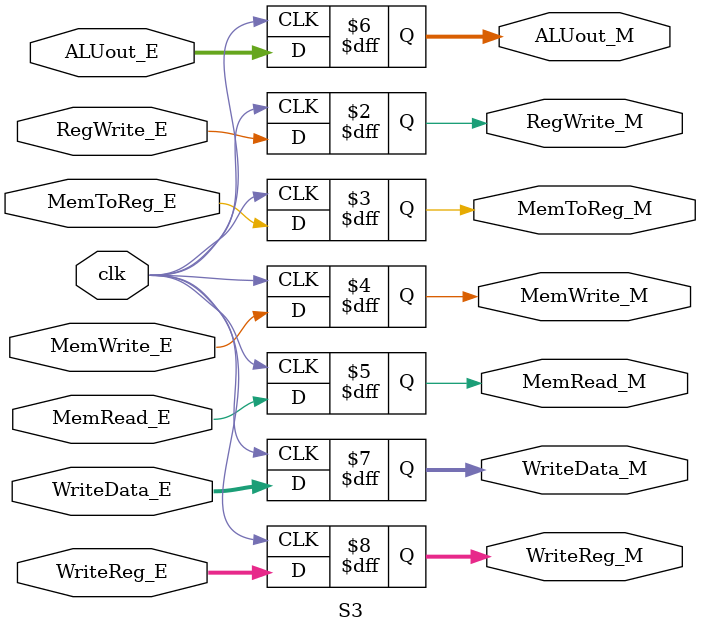
<source format=v>
`timescale 1ns/ 1ps

module S3(clk,
          RegWrite_E, MemToReg_E, MemWrite_E, MemRead_E, ALUout_E, WriteData_E, WriteReg_E, 
          RegWrite_M, MemToReg_M, MemWrite_M, MemRead_M, ALUout_M, WriteData_M, WriteReg_M);

    input clk;
    input RegWrite_E, MemToReg_E, MemWrite_E, MemRead_E;
    input [31:0] ALUout_E, WriteData_E;
    input [4:0] WriteReg_E;

    output reg RegWrite_M, MemToReg_M, MemWrite_M, MemRead_M;
    output reg [31:0] ALUout_M, WriteData_M;
    output reg [4:0] WriteReg_M;

    always@(posedge clk) begin

        // if(clr) begin
        // end

        RegWrite_M <= RegWrite_E;
        MemToReg_M <= MemToReg_E;
        MemWrite_M <= MemWrite_E;
        MemRead_M  <= MemRead_E;
        ALUout_M   <= ALUout_E;
        WriteData_M<= WriteData_E;
        WriteReg_M <= WriteReg_E;

    end
endmodule
</source>
